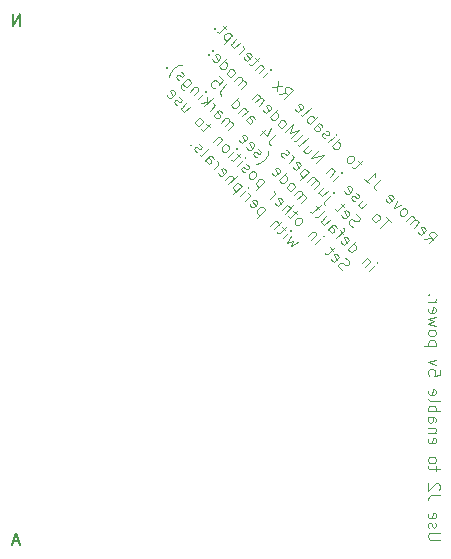
<source format=gbr>
%TF.GenerationSoftware,KiCad,Pcbnew,7.0.1*%
%TF.CreationDate,2023-08-12T16:51:13+02:00*%
%TF.ProjectId,uprs232ttl,75707273-3233-4327-9474-6c2e6b696361,rev?*%
%TF.SameCoordinates,Original*%
%TF.FileFunction,Legend,Bot*%
%TF.FilePolarity,Positive*%
%FSLAX46Y46*%
G04 Gerber Fmt 4.6, Leading zero omitted, Abs format (unit mm)*
G04 Created by KiCad (PCBNEW 7.0.1) date 2023-08-12 16:51:13*
%MOMM*%
%LPD*%
G01*
G04 APERTURE LIST*
%ADD10C,0.125000*%
%ADD11C,0.150000*%
G04 APERTURE END LIST*
D10*
X169133305Y-96481281D02*
X168729244Y-96077220D01*
X168224167Y-96986358D02*
X168931274Y-96279251D01*
X167685419Y-96447609D02*
X167786435Y-96481281D01*
X167786435Y-96481281D02*
X167853778Y-96481281D01*
X167853778Y-96481281D02*
X167954793Y-96447609D01*
X167954793Y-96447609D02*
X168156824Y-96245579D01*
X168156824Y-96245579D02*
X168190496Y-96144564D01*
X168190496Y-96144564D02*
X168190496Y-96077220D01*
X168190496Y-96077220D02*
X168156824Y-95976205D01*
X168156824Y-95976205D02*
X168055809Y-95875190D01*
X168055809Y-95875190D02*
X167954793Y-95841518D01*
X167954793Y-95841518D02*
X167887450Y-95841518D01*
X167887450Y-95841518D02*
X167786435Y-95875190D01*
X167786435Y-95875190D02*
X167584404Y-96077220D01*
X167584404Y-96077220D02*
X167550732Y-96178235D01*
X167550732Y-96178235D02*
X167550732Y-96245579D01*
X167550732Y-96245579D02*
X167584404Y-96346594D01*
X167584404Y-96346594D02*
X167685419Y-96447609D01*
X166776282Y-94595663D02*
X166304877Y-95067067D01*
X167079328Y-94898709D02*
X166708938Y-95269098D01*
X166708938Y-95269098D02*
X166607923Y-95302770D01*
X166607923Y-95302770D02*
X166506908Y-95269098D01*
X166506908Y-95269098D02*
X166405893Y-95168083D01*
X166405893Y-95168083D02*
X166372221Y-95067067D01*
X166372221Y-95067067D02*
X166372221Y-94999724D01*
X166035503Y-94730350D02*
X165934488Y-94696678D01*
X165934488Y-94696678D02*
X165799801Y-94561991D01*
X165799801Y-94561991D02*
X165766129Y-94460976D01*
X165766129Y-94460976D02*
X165799801Y-94359961D01*
X165799801Y-94359961D02*
X165833473Y-94326289D01*
X165833473Y-94326289D02*
X165934488Y-94292617D01*
X165934488Y-94292617D02*
X166035503Y-94326289D01*
X166035503Y-94326289D02*
X166136518Y-94427304D01*
X166136518Y-94427304D02*
X166237534Y-94460976D01*
X166237534Y-94460976D02*
X166338549Y-94427304D01*
X166338549Y-94427304D02*
X166372221Y-94393632D01*
X166372221Y-94393632D02*
X166405892Y-94292617D01*
X166405892Y-94292617D02*
X166372221Y-94191602D01*
X166372221Y-94191602D02*
X166271205Y-94090587D01*
X166271205Y-94090587D02*
X166170190Y-94056915D01*
X165160037Y-93854884D02*
X165193709Y-93955899D01*
X165193709Y-93955899D02*
X165328396Y-94090586D01*
X165328396Y-94090586D02*
X165429412Y-94124258D01*
X165429412Y-94124258D02*
X165530427Y-94090586D01*
X165530427Y-94090586D02*
X165799801Y-93821212D01*
X165799801Y-93821212D02*
X165833473Y-93720197D01*
X165833473Y-93720197D02*
X165799801Y-93619182D01*
X165799801Y-93619182D02*
X165665114Y-93484495D01*
X165665114Y-93484495D02*
X165564099Y-93450823D01*
X165564099Y-93450823D02*
X165463083Y-93484495D01*
X165463083Y-93484495D02*
X165395740Y-93551838D01*
X165395740Y-93551838D02*
X165665114Y-93955899D01*
X164250900Y-93013090D02*
X164722304Y-92541686D01*
X164958007Y-92305983D02*
X164958007Y-92373327D01*
X164958007Y-92373327D02*
X164890663Y-92373327D01*
X164890663Y-92373327D02*
X164890663Y-92305983D01*
X164890663Y-92305983D02*
X164958007Y-92305983D01*
X164958007Y-92305983D02*
X164890663Y-92373327D01*
X164385587Y-92204968D02*
X163914183Y-92676373D01*
X164318244Y-92272312D02*
X164318244Y-92204968D01*
X164318244Y-92204968D02*
X164284572Y-92103953D01*
X164284572Y-92103953D02*
X164183557Y-92002938D01*
X164183557Y-92002938D02*
X164082542Y-91969266D01*
X164082542Y-91969266D02*
X163981526Y-92002938D01*
X163981526Y-92002938D02*
X163611137Y-92373327D01*
X162735671Y-91497861D02*
X163442778Y-90790755D01*
X163442778Y-90790755D02*
X162331610Y-91093800D01*
X162331610Y-91093800D02*
X163038717Y-90386694D01*
X162163251Y-89982633D02*
X161691847Y-90454037D01*
X162466297Y-90285678D02*
X162095908Y-90656068D01*
X162095908Y-90656068D02*
X161994893Y-90689739D01*
X161994893Y-90689739D02*
X161893877Y-90656068D01*
X161893877Y-90656068D02*
X161792862Y-90555052D01*
X161792862Y-90555052D02*
X161759190Y-90454037D01*
X161759190Y-90454037D02*
X161759190Y-90386694D01*
X161254114Y-90016304D02*
X161355129Y-90049976D01*
X161355129Y-90049976D02*
X161456145Y-90016304D01*
X161456145Y-90016304D02*
X162062236Y-89410213D01*
X160883725Y-89645915D02*
X160984740Y-89679586D01*
X160984740Y-89679586D02*
X161085755Y-89645915D01*
X161085755Y-89645915D02*
X161691847Y-89039823D01*
X160614350Y-89376540D02*
X161321457Y-88669434D01*
X161321457Y-88669434D02*
X160580678Y-88938808D01*
X160580678Y-88938808D02*
X160850052Y-88198029D01*
X160850052Y-88198029D02*
X160142946Y-88905136D01*
X159705213Y-88467403D02*
X159806228Y-88501075D01*
X159806228Y-88501075D02*
X159873572Y-88501075D01*
X159873572Y-88501075D02*
X159974587Y-88467403D01*
X159974587Y-88467403D02*
X160176617Y-88265373D01*
X160176617Y-88265373D02*
X160210289Y-88164357D01*
X160210289Y-88164357D02*
X160210289Y-88097014D01*
X160210289Y-88097014D02*
X160176617Y-87995999D01*
X160176617Y-87995999D02*
X160075602Y-87894983D01*
X160075602Y-87894983D02*
X159974587Y-87861312D01*
X159974587Y-87861312D02*
X159907243Y-87861312D01*
X159907243Y-87861312D02*
X159806228Y-87894983D01*
X159806228Y-87894983D02*
X159604198Y-88097014D01*
X159604198Y-88097014D02*
X159570526Y-88198029D01*
X159570526Y-88198029D02*
X159570526Y-88265373D01*
X159570526Y-88265373D02*
X159604198Y-88366388D01*
X159604198Y-88366388D02*
X159705213Y-88467403D01*
X158863419Y-87625609D02*
X159570526Y-86918502D01*
X158897091Y-87591938D02*
X158930763Y-87692953D01*
X158930763Y-87692953D02*
X159065450Y-87827640D01*
X159065450Y-87827640D02*
X159166465Y-87861312D01*
X159166465Y-87861312D02*
X159233808Y-87861312D01*
X159233808Y-87861312D02*
X159334824Y-87827640D01*
X159334824Y-87827640D02*
X159536854Y-87625609D01*
X159536854Y-87625609D02*
X159570526Y-87524594D01*
X159570526Y-87524594D02*
X159570526Y-87457250D01*
X159570526Y-87457250D02*
X159536854Y-87356235D01*
X159536854Y-87356235D02*
X159402167Y-87221548D01*
X159402167Y-87221548D02*
X159301152Y-87187876D01*
X158290999Y-86985846D02*
X158324671Y-87086861D01*
X158324671Y-87086861D02*
X158459358Y-87221548D01*
X158459358Y-87221548D02*
X158560373Y-87255220D01*
X158560373Y-87255220D02*
X158661389Y-87221548D01*
X158661389Y-87221548D02*
X158930763Y-86952174D01*
X158930763Y-86952174D02*
X158964434Y-86851159D01*
X158964434Y-86851159D02*
X158930763Y-86750144D01*
X158930763Y-86750144D02*
X158796076Y-86615457D01*
X158796076Y-86615457D02*
X158695060Y-86581785D01*
X158695060Y-86581785D02*
X158594045Y-86615457D01*
X158594045Y-86615457D02*
X158526702Y-86682800D01*
X158526702Y-86682800D02*
X158796076Y-87086861D01*
X157920610Y-86682800D02*
X158392014Y-86211396D01*
X158324671Y-86278739D02*
X158324671Y-86211396D01*
X158324671Y-86211396D02*
X158290999Y-86110380D01*
X158290999Y-86110380D02*
X158189984Y-86009365D01*
X158189984Y-86009365D02*
X158088969Y-85975693D01*
X158088969Y-85975693D02*
X157987953Y-86009365D01*
X157987953Y-86009365D02*
X157617564Y-86379754D01*
X157987953Y-86009365D02*
X158021625Y-85908350D01*
X158021625Y-85908350D02*
X157987953Y-85807335D01*
X157987953Y-85807335D02*
X157886938Y-85706319D01*
X157886938Y-85706319D02*
X157785923Y-85672648D01*
X157785923Y-85672648D02*
X157684908Y-85706319D01*
X157684908Y-85706319D02*
X157314518Y-86076709D01*
X156439053Y-85201243D02*
X156910457Y-84729839D01*
X156843114Y-84797182D02*
X156843114Y-84729839D01*
X156843114Y-84729839D02*
X156809442Y-84628823D01*
X156809442Y-84628823D02*
X156708427Y-84527808D01*
X156708427Y-84527808D02*
X156607412Y-84494136D01*
X156607412Y-84494136D02*
X156506396Y-84527808D01*
X156506396Y-84527808D02*
X156136007Y-84898197D01*
X156506396Y-84527808D02*
X156540068Y-84426793D01*
X156540068Y-84426793D02*
X156506396Y-84325778D01*
X156506396Y-84325778D02*
X156405381Y-84224762D01*
X156405381Y-84224762D02*
X156304366Y-84191091D01*
X156304366Y-84191091D02*
X156203351Y-84224762D01*
X156203351Y-84224762D02*
X155832961Y-84595152D01*
X155395229Y-84157419D02*
X155496244Y-84191091D01*
X155496244Y-84191091D02*
X155563588Y-84191091D01*
X155563588Y-84191091D02*
X155664603Y-84157419D01*
X155664603Y-84157419D02*
X155866633Y-83955388D01*
X155866633Y-83955388D02*
X155900305Y-83854373D01*
X155900305Y-83854373D02*
X155900305Y-83787030D01*
X155900305Y-83787030D02*
X155866633Y-83686014D01*
X155866633Y-83686014D02*
X155765618Y-83584999D01*
X155765618Y-83584999D02*
X155664603Y-83551327D01*
X155664603Y-83551327D02*
X155597259Y-83551327D01*
X155597259Y-83551327D02*
X155496244Y-83584999D01*
X155496244Y-83584999D02*
X155294214Y-83787030D01*
X155294214Y-83787030D02*
X155260542Y-83888045D01*
X155260542Y-83888045D02*
X155260542Y-83955388D01*
X155260542Y-83955388D02*
X155294214Y-84056404D01*
X155294214Y-84056404D02*
X155395229Y-84157419D01*
X154553435Y-83315625D02*
X155260542Y-82608518D01*
X154587107Y-83281953D02*
X154620779Y-83382969D01*
X154620779Y-83382969D02*
X154755466Y-83517656D01*
X154755466Y-83517656D02*
X154856481Y-83551327D01*
X154856481Y-83551327D02*
X154923824Y-83551327D01*
X154923824Y-83551327D02*
X155024840Y-83517656D01*
X155024840Y-83517656D02*
X155226870Y-83315625D01*
X155226870Y-83315625D02*
X155260542Y-83214610D01*
X155260542Y-83214610D02*
X155260542Y-83147266D01*
X155260542Y-83147266D02*
X155226870Y-83046251D01*
X155226870Y-83046251D02*
X155092183Y-82911564D01*
X155092183Y-82911564D02*
X154991168Y-82877892D01*
X153981015Y-82675862D02*
X154014687Y-82776877D01*
X154014687Y-82776877D02*
X154149374Y-82911564D01*
X154149374Y-82911564D02*
X154250389Y-82945236D01*
X154250389Y-82945236D02*
X154351404Y-82911564D01*
X154351404Y-82911564D02*
X154620778Y-82642190D01*
X154620778Y-82642190D02*
X154654450Y-82541175D01*
X154654450Y-82541175D02*
X154620778Y-82440160D01*
X154620778Y-82440160D02*
X154486091Y-82305473D01*
X154486091Y-82305473D02*
X154385076Y-82271801D01*
X154385076Y-82271801D02*
X154284061Y-82305473D01*
X154284061Y-82305473D02*
X154216717Y-82372816D01*
X154216717Y-82372816D02*
X154486091Y-82776877D01*
X153677969Y-82305472D02*
X153610626Y-82305472D01*
X153610626Y-82305472D02*
X153610626Y-82372816D01*
X153610626Y-82372816D02*
X153677969Y-82372816D01*
X153677969Y-82372816D02*
X153677969Y-82305472D01*
X153677969Y-82305472D02*
X153610626Y-82372816D01*
X154048359Y-81935083D02*
X153981015Y-81935083D01*
X153981015Y-81935083D02*
X153981015Y-82002427D01*
X153981015Y-82002427D02*
X154048359Y-82002427D01*
X154048359Y-82002427D02*
X154048359Y-81935083D01*
X154048359Y-81935083D02*
X153981015Y-82002427D01*
X165900143Y-96886016D02*
X165765456Y-96818672D01*
X165765456Y-96818672D02*
X165597097Y-96650313D01*
X165597097Y-96650313D02*
X165563426Y-96549298D01*
X165563426Y-96549298D02*
X165563426Y-96481955D01*
X165563426Y-96481955D02*
X165597097Y-96380939D01*
X165597097Y-96380939D02*
X165664441Y-96313596D01*
X165664441Y-96313596D02*
X165765456Y-96279924D01*
X165765456Y-96279924D02*
X165832800Y-96279924D01*
X165832800Y-96279924D02*
X165933815Y-96313596D01*
X165933815Y-96313596D02*
X166102174Y-96414611D01*
X166102174Y-96414611D02*
X166203189Y-96448283D01*
X166203189Y-96448283D02*
X166270532Y-96448283D01*
X166270532Y-96448283D02*
X166371548Y-96414611D01*
X166371548Y-96414611D02*
X166438891Y-96347268D01*
X166438891Y-96347268D02*
X166472563Y-96246252D01*
X166472563Y-96246252D02*
X166472563Y-96178909D01*
X166472563Y-96178909D02*
X166438891Y-96077894D01*
X166438891Y-96077894D02*
X166270532Y-95909535D01*
X166270532Y-95909535D02*
X166135845Y-95842191D01*
X164923662Y-95909535D02*
X164957334Y-96010550D01*
X164957334Y-96010550D02*
X165092021Y-96145237D01*
X165092021Y-96145237D02*
X165193036Y-96178909D01*
X165193036Y-96178909D02*
X165294052Y-96145237D01*
X165294052Y-96145237D02*
X165563426Y-95875863D01*
X165563426Y-95875863D02*
X165597097Y-95774848D01*
X165597097Y-95774848D02*
X165563426Y-95673833D01*
X165563426Y-95673833D02*
X165428739Y-95539146D01*
X165428739Y-95539146D02*
X165327723Y-95505474D01*
X165327723Y-95505474D02*
X165226708Y-95539146D01*
X165226708Y-95539146D02*
X165159365Y-95606489D01*
X165159365Y-95606489D02*
X165428739Y-96010550D01*
X165125693Y-95236100D02*
X164856319Y-94966726D01*
X165260380Y-94899382D02*
X164654288Y-95505474D01*
X164654288Y-95505474D02*
X164553273Y-95539146D01*
X164553273Y-95539146D02*
X164452258Y-95505474D01*
X164452258Y-95505474D02*
X164384914Y-95438130D01*
X164081868Y-94192275D02*
X163475776Y-94798367D01*
X163475776Y-94798367D02*
X163442105Y-94899382D01*
X163442105Y-94899382D02*
X163475776Y-95000397D01*
X163475776Y-95000397D02*
X163509448Y-95034069D01*
X164317570Y-93956573D02*
X164317570Y-94023916D01*
X164317570Y-94023916D02*
X164250227Y-94023916D01*
X164250227Y-94023916D02*
X164250227Y-93956573D01*
X164250227Y-93956573D02*
X164317570Y-93956573D01*
X164317570Y-93956573D02*
X164250227Y-94023916D01*
X163442105Y-93552512D02*
X162970700Y-94023917D01*
X163745151Y-93855558D02*
X163374761Y-94225947D01*
X163374761Y-94225947D02*
X163273746Y-94259619D01*
X163273746Y-94259619D02*
X163172731Y-94225947D01*
X163172731Y-94225947D02*
X163071716Y-94124932D01*
X163071716Y-94124932D02*
X163038044Y-94023917D01*
X163038044Y-94023917D02*
X163038044Y-93956573D01*
X162633983Y-93687199D02*
X163105387Y-93215794D01*
X163038044Y-93283138D02*
X163038044Y-93215794D01*
X163038044Y-93215794D02*
X163004372Y-93114779D01*
X163004372Y-93114779D02*
X162903357Y-93013764D01*
X162903357Y-93013764D02*
X162802342Y-92980092D01*
X162802342Y-92980092D02*
X162701326Y-93013764D01*
X162701326Y-93013764D02*
X162330937Y-93384153D01*
X162701326Y-93013764D02*
X162734998Y-92912749D01*
X162734998Y-92912749D02*
X162701326Y-92811733D01*
X162701326Y-92811733D02*
X162600311Y-92710718D01*
X162600311Y-92710718D02*
X162499296Y-92677046D01*
X162499296Y-92677046D02*
X162398281Y-92710718D01*
X162398281Y-92710718D02*
X162027891Y-93081107D01*
X162162579Y-92272986D02*
X161455472Y-92980092D01*
X162128907Y-92306657D02*
X162095235Y-92205642D01*
X162095235Y-92205642D02*
X161960548Y-92070955D01*
X161960548Y-92070955D02*
X161859533Y-92037283D01*
X161859533Y-92037283D02*
X161792189Y-92037283D01*
X161792189Y-92037283D02*
X161691174Y-92070955D01*
X161691174Y-92070955D02*
X161489144Y-92272986D01*
X161489144Y-92272986D02*
X161455472Y-92374001D01*
X161455472Y-92374001D02*
X161455472Y-92441344D01*
X161455472Y-92441344D02*
X161489144Y-92542360D01*
X161489144Y-92542360D02*
X161623831Y-92677047D01*
X161623831Y-92677047D02*
X161724846Y-92710718D01*
X160815708Y-91801581D02*
X160849380Y-91902596D01*
X160849380Y-91902596D02*
X160984067Y-92037283D01*
X160984067Y-92037283D02*
X161085082Y-92070955D01*
X161085082Y-92070955D02*
X161186098Y-92037283D01*
X161186098Y-92037283D02*
X161455472Y-91767909D01*
X161455472Y-91767909D02*
X161489144Y-91666894D01*
X161489144Y-91666894D02*
X161455472Y-91565879D01*
X161455472Y-91565879D02*
X161320785Y-91431192D01*
X161320785Y-91431192D02*
X161219769Y-91397520D01*
X161219769Y-91397520D02*
X161118754Y-91431192D01*
X161118754Y-91431192D02*
X161051411Y-91498535D01*
X161051411Y-91498535D02*
X161320785Y-91902596D01*
X160445319Y-91498535D02*
X160916724Y-91027131D01*
X160782037Y-91161818D02*
X160815708Y-91060802D01*
X160815708Y-91060802D02*
X160815708Y-90993459D01*
X160815708Y-90993459D02*
X160782037Y-90892444D01*
X160782037Y-90892444D02*
X160714693Y-90825100D01*
X160074930Y-91060802D02*
X159973914Y-91027130D01*
X159973914Y-91027130D02*
X159839227Y-90892443D01*
X159839227Y-90892443D02*
X159805556Y-90791428D01*
X159805556Y-90791428D02*
X159839227Y-90690413D01*
X159839227Y-90690413D02*
X159872899Y-90656741D01*
X159872899Y-90656741D02*
X159973914Y-90623069D01*
X159973914Y-90623069D02*
X160074930Y-90656741D01*
X160074930Y-90656741D02*
X160175945Y-90757756D01*
X160175945Y-90757756D02*
X160276960Y-90791428D01*
X160276960Y-90791428D02*
X160377975Y-90757756D01*
X160377975Y-90757756D02*
X160411647Y-90724085D01*
X160411647Y-90724085D02*
X160445319Y-90623069D01*
X160445319Y-90623069D02*
X160411647Y-90522054D01*
X160411647Y-90522054D02*
X160310632Y-90421039D01*
X160310632Y-90421039D02*
X160209617Y-90387367D01*
X159401494Y-89040497D02*
X158896418Y-89545573D01*
X158896418Y-89545573D02*
X158829074Y-89680260D01*
X158829074Y-89680260D02*
X158829074Y-89814947D01*
X158829074Y-89814947D02*
X158896418Y-89949634D01*
X158896418Y-89949634D02*
X158963761Y-90016978D01*
X158526029Y-88636436D02*
X158054624Y-89107840D01*
X158963761Y-88535420D02*
X158627044Y-89208855D01*
X158627044Y-89208855D02*
X158189311Y-88771123D01*
X156842441Y-87895657D02*
X157212830Y-87525268D01*
X157212830Y-87525268D02*
X157313845Y-87491596D01*
X157313845Y-87491596D02*
X157414861Y-87525268D01*
X157414861Y-87525268D02*
X157549548Y-87659955D01*
X157549548Y-87659955D02*
X157583219Y-87760970D01*
X156876113Y-87861985D02*
X156909784Y-87963000D01*
X156909784Y-87963000D02*
X157078143Y-88131359D01*
X157078143Y-88131359D02*
X157179158Y-88165031D01*
X157179158Y-88165031D02*
X157280174Y-88131359D01*
X157280174Y-88131359D02*
X157347517Y-88064016D01*
X157347517Y-88064016D02*
X157381189Y-87963000D01*
X157381189Y-87963000D02*
X157347517Y-87861985D01*
X157347517Y-87861985D02*
X157179158Y-87693626D01*
X157179158Y-87693626D02*
X157145487Y-87592611D01*
X156977128Y-87087535D02*
X156505723Y-87558939D01*
X156909784Y-87154878D02*
X156909784Y-87087535D01*
X156909784Y-87087535D02*
X156876112Y-86986520D01*
X156876112Y-86986520D02*
X156775097Y-86885504D01*
X156775097Y-86885504D02*
X156674082Y-86851833D01*
X156674082Y-86851833D02*
X156573067Y-86885504D01*
X156573067Y-86885504D02*
X156202677Y-87255894D01*
X155562914Y-86616130D02*
X156270021Y-85909023D01*
X155596586Y-86582458D02*
X155630258Y-86683474D01*
X155630258Y-86683474D02*
X155764945Y-86818161D01*
X155764945Y-86818161D02*
X155865960Y-86851832D01*
X155865960Y-86851832D02*
X155933303Y-86851832D01*
X155933303Y-86851832D02*
X156034319Y-86818161D01*
X156034319Y-86818161D02*
X156236349Y-86616130D01*
X156236349Y-86616130D02*
X156270021Y-86515115D01*
X156270021Y-86515115D02*
X156270021Y-86447771D01*
X156270021Y-86447771D02*
X156236349Y-86346756D01*
X156236349Y-86346756D02*
X156101662Y-86212069D01*
X156101662Y-86212069D02*
X156000647Y-86178397D01*
X155192525Y-84831527D02*
X154687448Y-85336603D01*
X154687448Y-85336603D02*
X154620105Y-85471290D01*
X154620105Y-85471290D02*
X154620105Y-85605977D01*
X154620105Y-85605977D02*
X154687448Y-85740664D01*
X154687448Y-85740664D02*
X154754792Y-85808008D01*
X154519089Y-84158092D02*
X154855807Y-84494809D01*
X154855807Y-84494809D02*
X154552761Y-84865199D01*
X154552761Y-84865199D02*
X154552761Y-84797855D01*
X154552761Y-84797855D02*
X154519089Y-84696840D01*
X154519089Y-84696840D02*
X154350731Y-84528481D01*
X154350731Y-84528481D02*
X154249715Y-84494809D01*
X154249715Y-84494809D02*
X154182372Y-84494809D01*
X154182372Y-84494809D02*
X154081357Y-84528481D01*
X154081357Y-84528481D02*
X153912998Y-84696840D01*
X153912998Y-84696840D02*
X153879326Y-84797855D01*
X153879326Y-84797855D02*
X153879326Y-84865199D01*
X153879326Y-84865199D02*
X153912998Y-84966214D01*
X153912998Y-84966214D02*
X154081357Y-85134573D01*
X154081357Y-85134573D02*
X154182372Y-85168244D01*
X154182372Y-85168244D02*
X154249715Y-85168244D01*
X167263176Y-100607418D02*
X167734581Y-100136014D01*
X167970283Y-99900312D02*
X167970283Y-99967655D01*
X167970283Y-99967655D02*
X167902939Y-99967655D01*
X167902939Y-99967655D02*
X167902939Y-99900312D01*
X167902939Y-99900312D02*
X167970283Y-99900312D01*
X167970283Y-99900312D02*
X167902939Y-99967655D01*
X167397864Y-99799297D02*
X166926459Y-100270701D01*
X167330520Y-99866640D02*
X167330520Y-99799297D01*
X167330520Y-99799297D02*
X167296848Y-99698281D01*
X167296848Y-99698281D02*
X167195833Y-99597266D01*
X167195833Y-99597266D02*
X167094818Y-99563594D01*
X167094818Y-99563594D02*
X166993803Y-99597266D01*
X166993803Y-99597266D02*
X166623413Y-99967655D01*
X165444902Y-98789144D02*
X166152009Y-98082037D01*
X165478573Y-98755472D02*
X165512245Y-98856487D01*
X165512245Y-98856487D02*
X165646932Y-98991174D01*
X165646932Y-98991174D02*
X165747947Y-99024846D01*
X165747947Y-99024846D02*
X165815291Y-99024846D01*
X165815291Y-99024846D02*
X165916306Y-98991174D01*
X165916306Y-98991174D02*
X166118337Y-98789144D01*
X166118337Y-98789144D02*
X166152009Y-98688129D01*
X166152009Y-98688129D02*
X166152009Y-98620785D01*
X166152009Y-98620785D02*
X166118337Y-98519770D01*
X166118337Y-98519770D02*
X165983650Y-98385083D01*
X165983650Y-98385083D02*
X165882634Y-98351411D01*
X164872482Y-98149381D02*
X164906154Y-98250396D01*
X164906154Y-98250396D02*
X165040841Y-98385083D01*
X165040841Y-98385083D02*
X165141856Y-98418755D01*
X165141856Y-98418755D02*
X165242871Y-98385083D01*
X165242871Y-98385083D02*
X165512245Y-98115709D01*
X165512245Y-98115709D02*
X165545917Y-98014694D01*
X165545917Y-98014694D02*
X165512245Y-97913678D01*
X165512245Y-97913678D02*
X165377558Y-97778991D01*
X165377558Y-97778991D02*
X165276543Y-97745319D01*
X165276543Y-97745319D02*
X165175528Y-97778991D01*
X165175528Y-97778991D02*
X165108184Y-97846335D01*
X165108184Y-97846335D02*
X165377558Y-98250396D01*
X165074512Y-97475945D02*
X164805138Y-97206571D01*
X164502093Y-97846335D02*
X165108184Y-97240243D01*
X165108184Y-97240243D02*
X165141856Y-97139228D01*
X165141856Y-97139228D02*
X165108184Y-97038213D01*
X165108184Y-97038213D02*
X165040841Y-96970869D01*
X163794985Y-97139228D02*
X164165375Y-96768838D01*
X164165375Y-96768838D02*
X164266390Y-96735167D01*
X164266390Y-96735167D02*
X164367405Y-96768838D01*
X164367405Y-96768838D02*
X164502092Y-96903525D01*
X164502092Y-96903525D02*
X164535764Y-97004541D01*
X163828657Y-97105556D02*
X163862329Y-97206571D01*
X163862329Y-97206571D02*
X164030688Y-97374930D01*
X164030688Y-97374930D02*
X164131703Y-97408602D01*
X164131703Y-97408602D02*
X164232718Y-97374930D01*
X164232718Y-97374930D02*
X164300062Y-97307586D01*
X164300062Y-97307586D02*
X164333733Y-97206571D01*
X164333733Y-97206571D02*
X164300062Y-97105556D01*
X164300062Y-97105556D02*
X164131703Y-96937197D01*
X164131703Y-96937197D02*
X164098031Y-96836182D01*
X163626627Y-96028060D02*
X163155222Y-96499464D01*
X163929672Y-96331105D02*
X163559283Y-96701495D01*
X163559283Y-96701495D02*
X163458268Y-96735166D01*
X163458268Y-96735166D02*
X163357253Y-96701495D01*
X163357253Y-96701495D02*
X163256237Y-96600479D01*
X163256237Y-96600479D02*
X163222566Y-96499464D01*
X163222566Y-96499464D02*
X163222566Y-96432121D01*
X162717489Y-96061731D02*
X162818505Y-96095403D01*
X162818505Y-96095403D02*
X162919520Y-96061731D01*
X162919520Y-96061731D02*
X163525611Y-95455640D01*
X163020535Y-95421968D02*
X162751161Y-95152594D01*
X163155222Y-95085250D02*
X162549130Y-95691342D01*
X162549130Y-95691342D02*
X162448115Y-95725014D01*
X162448115Y-95725014D02*
X162347100Y-95691342D01*
X162347100Y-95691342D02*
X162279756Y-95623998D01*
X161505305Y-94849548D02*
X161976710Y-94378143D01*
X161909366Y-94445487D02*
X161909366Y-94378143D01*
X161909366Y-94378143D02*
X161875695Y-94277128D01*
X161875695Y-94277128D02*
X161774679Y-94176112D01*
X161774679Y-94176112D02*
X161673664Y-94142441D01*
X161673664Y-94142441D02*
X161572649Y-94176112D01*
X161572649Y-94176112D02*
X161202260Y-94546502D01*
X161572649Y-94176112D02*
X161606321Y-94075097D01*
X161606321Y-94075097D02*
X161572649Y-93974082D01*
X161572649Y-93974082D02*
X161471634Y-93873067D01*
X161471634Y-93873067D02*
X161370618Y-93839395D01*
X161370618Y-93839395D02*
X161269603Y-93873067D01*
X161269603Y-93873067D02*
X160899214Y-94243456D01*
X160461481Y-93805723D02*
X160562497Y-93839395D01*
X160562497Y-93839395D02*
X160629840Y-93839395D01*
X160629840Y-93839395D02*
X160730855Y-93805723D01*
X160730855Y-93805723D02*
X160932886Y-93603693D01*
X160932886Y-93603693D02*
X160966558Y-93502678D01*
X160966558Y-93502678D02*
X160966558Y-93435334D01*
X160966558Y-93435334D02*
X160932886Y-93334319D01*
X160932886Y-93334319D02*
X160831871Y-93233304D01*
X160831871Y-93233304D02*
X160730855Y-93199632D01*
X160730855Y-93199632D02*
X160663512Y-93199632D01*
X160663512Y-93199632D02*
X160562497Y-93233304D01*
X160562497Y-93233304D02*
X160360466Y-93435334D01*
X160360466Y-93435334D02*
X160326794Y-93536349D01*
X160326794Y-93536349D02*
X160326794Y-93603693D01*
X160326794Y-93603693D02*
X160360466Y-93704708D01*
X160360466Y-93704708D02*
X160461481Y-93805723D01*
X159619687Y-92963930D02*
X160326794Y-92256823D01*
X159653359Y-92930258D02*
X159687031Y-93031273D01*
X159687031Y-93031273D02*
X159821718Y-93165960D01*
X159821718Y-93165960D02*
X159922733Y-93199632D01*
X159922733Y-93199632D02*
X159990077Y-93199632D01*
X159990077Y-93199632D02*
X160091092Y-93165960D01*
X160091092Y-93165960D02*
X160293123Y-92963930D01*
X160293123Y-92963930D02*
X160326794Y-92862914D01*
X160326794Y-92862914D02*
X160326794Y-92795571D01*
X160326794Y-92795571D02*
X160293123Y-92694556D01*
X160293123Y-92694556D02*
X160158435Y-92559869D01*
X160158435Y-92559869D02*
X160057420Y-92526197D01*
X159047268Y-92324166D02*
X159080939Y-92425182D01*
X159080939Y-92425182D02*
X159215626Y-92559869D01*
X159215626Y-92559869D02*
X159316642Y-92593540D01*
X159316642Y-92593540D02*
X159417657Y-92559869D01*
X159417657Y-92559869D02*
X159687031Y-92290495D01*
X159687031Y-92290495D02*
X159720703Y-92189479D01*
X159720703Y-92189479D02*
X159687031Y-92088464D01*
X159687031Y-92088464D02*
X159552344Y-91953777D01*
X159552344Y-91953777D02*
X159451329Y-91920105D01*
X159451329Y-91920105D02*
X159350313Y-91953777D01*
X159350313Y-91953777D02*
X159282970Y-92021120D01*
X159282970Y-92021120D02*
X159552344Y-92425182D01*
X157666726Y-91549716D02*
X157734069Y-91549716D01*
X157734069Y-91549716D02*
X157902428Y-91516044D01*
X157902428Y-91516044D02*
X158003443Y-91482372D01*
X158003443Y-91482372D02*
X158138130Y-91415029D01*
X158138130Y-91415029D02*
X158340161Y-91280342D01*
X158340161Y-91280342D02*
X158474848Y-91145655D01*
X158474848Y-91145655D02*
X158609535Y-90943624D01*
X158609535Y-90943624D02*
X158676878Y-90808937D01*
X158676878Y-90808937D02*
X158710550Y-90707922D01*
X158710550Y-90707922D02*
X158744222Y-90539563D01*
X158744222Y-90539563D02*
X158744222Y-90472220D01*
X157734069Y-91010967D02*
X157633054Y-90977296D01*
X157633054Y-90977296D02*
X157498367Y-90842609D01*
X157498367Y-90842609D02*
X157464695Y-90741593D01*
X157464695Y-90741593D02*
X157498367Y-90640578D01*
X157498367Y-90640578D02*
X157532038Y-90606906D01*
X157532038Y-90606906D02*
X157633054Y-90573235D01*
X157633054Y-90573235D02*
X157734069Y-90606906D01*
X157734069Y-90606906D02*
X157835084Y-90707922D01*
X157835084Y-90707922D02*
X157936099Y-90741593D01*
X157936099Y-90741593D02*
X158037115Y-90707922D01*
X158037115Y-90707922D02*
X158070786Y-90674250D01*
X158070786Y-90674250D02*
X158104458Y-90573235D01*
X158104458Y-90573235D02*
X158070786Y-90472219D01*
X158070786Y-90472219D02*
X157969771Y-90371204D01*
X157969771Y-90371204D02*
X157868756Y-90337532D01*
X156858603Y-90135502D02*
X156892275Y-90236517D01*
X156892275Y-90236517D02*
X157026962Y-90371204D01*
X157026962Y-90371204D02*
X157127977Y-90404876D01*
X157127977Y-90404876D02*
X157228992Y-90371204D01*
X157228992Y-90371204D02*
X157498366Y-90101830D01*
X157498366Y-90101830D02*
X157532038Y-90000815D01*
X157532038Y-90000815D02*
X157498366Y-89899800D01*
X157498366Y-89899800D02*
X157363679Y-89765113D01*
X157363679Y-89765113D02*
X157262664Y-89731441D01*
X157262664Y-89731441D02*
X157161649Y-89765113D01*
X157161649Y-89765113D02*
X157094305Y-89832456D01*
X157094305Y-89832456D02*
X157363679Y-90236517D01*
X156252512Y-89529410D02*
X156286183Y-89630425D01*
X156286183Y-89630425D02*
X156420870Y-89765112D01*
X156420870Y-89765112D02*
X156521886Y-89798784D01*
X156521886Y-89798784D02*
X156622901Y-89765112D01*
X156622901Y-89765112D02*
X156892275Y-89495738D01*
X156892275Y-89495738D02*
X156925947Y-89394723D01*
X156925947Y-89394723D02*
X156892275Y-89293708D01*
X156892275Y-89293708D02*
X156757588Y-89159021D01*
X156757588Y-89159021D02*
X156656573Y-89125349D01*
X156656573Y-89125349D02*
X156555557Y-89159021D01*
X156555557Y-89159021D02*
X156488214Y-89226364D01*
X156488214Y-89226364D02*
X156757588Y-89630425D01*
X155343374Y-88687616D02*
X155814778Y-88216212D01*
X155747435Y-88283555D02*
X155747435Y-88216212D01*
X155747435Y-88216212D02*
X155713763Y-88115196D01*
X155713763Y-88115196D02*
X155612748Y-88014181D01*
X155612748Y-88014181D02*
X155511733Y-87980509D01*
X155511733Y-87980509D02*
X155410717Y-88014181D01*
X155410717Y-88014181D02*
X155040328Y-88384570D01*
X155410717Y-88014181D02*
X155444389Y-87913166D01*
X155444389Y-87913166D02*
X155410717Y-87812151D01*
X155410717Y-87812151D02*
X155309702Y-87711135D01*
X155309702Y-87711135D02*
X155208687Y-87677464D01*
X155208687Y-87677464D02*
X155107672Y-87711135D01*
X155107672Y-87711135D02*
X154737282Y-88081525D01*
X154097519Y-87441762D02*
X154467909Y-87071372D01*
X154467909Y-87071372D02*
X154568924Y-87037701D01*
X154568924Y-87037701D02*
X154669939Y-87071372D01*
X154669939Y-87071372D02*
X154804626Y-87206059D01*
X154804626Y-87206059D02*
X154838298Y-87307075D01*
X154131191Y-87408090D02*
X154164863Y-87509105D01*
X154164863Y-87509105D02*
X154333222Y-87677464D01*
X154333222Y-87677464D02*
X154434237Y-87711136D01*
X154434237Y-87711136D02*
X154535252Y-87677464D01*
X154535252Y-87677464D02*
X154602596Y-87610120D01*
X154602596Y-87610120D02*
X154636267Y-87509105D01*
X154636267Y-87509105D02*
X154602596Y-87408090D01*
X154602596Y-87408090D02*
X154434237Y-87239731D01*
X154434237Y-87239731D02*
X154400565Y-87138716D01*
X153760802Y-87105044D02*
X154232206Y-86633639D01*
X154097519Y-86768326D02*
X154131191Y-86667311D01*
X154131191Y-86667311D02*
X154131191Y-86599968D01*
X154131191Y-86599968D02*
X154097519Y-86498952D01*
X154097519Y-86498952D02*
X154030176Y-86431609D01*
X153323069Y-86667311D02*
X154030176Y-85960204D01*
X153525099Y-86330593D02*
X153053695Y-86397937D01*
X153525099Y-85926532D02*
X153525099Y-86465280D01*
X152750649Y-86094891D02*
X153222053Y-85623486D01*
X153457756Y-85387784D02*
X153457756Y-85455128D01*
X153457756Y-85455128D02*
X153390412Y-85455128D01*
X153390412Y-85455128D02*
X153390412Y-85387784D01*
X153390412Y-85387784D02*
X153457756Y-85387784D01*
X153457756Y-85387784D02*
X153390412Y-85455128D01*
X152885336Y-85286769D02*
X152413932Y-85758174D01*
X152817993Y-85354113D02*
X152817993Y-85286769D01*
X152817993Y-85286769D02*
X152784321Y-85185754D01*
X152784321Y-85185754D02*
X152683306Y-85084739D01*
X152683306Y-85084739D02*
X152582290Y-85051067D01*
X152582290Y-85051067D02*
X152481275Y-85084739D01*
X152481275Y-85084739D02*
X152110886Y-85455128D01*
X151942527Y-84343960D02*
X151370107Y-84916380D01*
X151370107Y-84916380D02*
X151336436Y-85017395D01*
X151336436Y-85017395D02*
X151336436Y-85084739D01*
X151336436Y-85084739D02*
X151370107Y-85185754D01*
X151370107Y-85185754D02*
X151471123Y-85286769D01*
X151471123Y-85286769D02*
X151572138Y-85320441D01*
X151504794Y-84781693D02*
X151538466Y-84882708D01*
X151538466Y-84882708D02*
X151673153Y-85017395D01*
X151673153Y-85017395D02*
X151774168Y-85051067D01*
X151774168Y-85051067D02*
X151841512Y-85051067D01*
X151841512Y-85051067D02*
X151942527Y-85017395D01*
X151942527Y-85017395D02*
X152144558Y-84815365D01*
X152144558Y-84815365D02*
X152178229Y-84714349D01*
X152178229Y-84714349D02*
X152178229Y-84647006D01*
X152178229Y-84647006D02*
X152144558Y-84545991D01*
X152144558Y-84545991D02*
X152009871Y-84411304D01*
X152009871Y-84411304D02*
X151908855Y-84377632D01*
X151201748Y-84478647D02*
X151100733Y-84444975D01*
X151100733Y-84444975D02*
X150966046Y-84310288D01*
X150966046Y-84310288D02*
X150932374Y-84209273D01*
X150932374Y-84209273D02*
X150966046Y-84108258D01*
X150966046Y-84108258D02*
X150999718Y-84074586D01*
X150999718Y-84074586D02*
X151100733Y-84040914D01*
X151100733Y-84040914D02*
X151201748Y-84074586D01*
X151201748Y-84074586D02*
X151302764Y-84175601D01*
X151302764Y-84175601D02*
X151403779Y-84209273D01*
X151403779Y-84209273D02*
X151504794Y-84175601D01*
X151504794Y-84175601D02*
X151538466Y-84141930D01*
X151538466Y-84141930D02*
X151572138Y-84040914D01*
X151572138Y-84040914D02*
X151538466Y-83939899D01*
X151538466Y-83939899D02*
X151437451Y-83838884D01*
X151437451Y-83838884D02*
X151336435Y-83805212D01*
X150359955Y-84242945D02*
X150359955Y-84175601D01*
X150359955Y-84175601D02*
X150393626Y-84007242D01*
X150393626Y-84007242D02*
X150427298Y-83906227D01*
X150427298Y-83906227D02*
X150494642Y-83771540D01*
X150494642Y-83771540D02*
X150629329Y-83569510D01*
X150629329Y-83569510D02*
X150764016Y-83434823D01*
X150764016Y-83434823D02*
X150966046Y-83300136D01*
X150966046Y-83300136D02*
X151100733Y-83232792D01*
X151100733Y-83232792D02*
X151201748Y-83199120D01*
X151201748Y-83199120D02*
X151370107Y-83165449D01*
X151370107Y-83165449D02*
X151437451Y-83165449D01*
X150157924Y-83367479D02*
X150090580Y-83367479D01*
X150090580Y-83367479D02*
X150090580Y-83434822D01*
X150090580Y-83434822D02*
X150157924Y-83434822D01*
X150157924Y-83434822D02*
X150157924Y-83367479D01*
X150157924Y-83367479D02*
X150090580Y-83434822D01*
X165006495Y-100574420D02*
X164871808Y-100507076D01*
X164871808Y-100507076D02*
X164703449Y-100338718D01*
X164703449Y-100338718D02*
X164669778Y-100237702D01*
X164669778Y-100237702D02*
X164669778Y-100170359D01*
X164669778Y-100170359D02*
X164703449Y-100069344D01*
X164703449Y-100069344D02*
X164770793Y-100002000D01*
X164770793Y-100002000D02*
X164871808Y-99968328D01*
X164871808Y-99968328D02*
X164939152Y-99968328D01*
X164939152Y-99968328D02*
X165040167Y-100002000D01*
X165040167Y-100002000D02*
X165208526Y-100103015D01*
X165208526Y-100103015D02*
X165309541Y-100136687D01*
X165309541Y-100136687D02*
X165376884Y-100136687D01*
X165376884Y-100136687D02*
X165477900Y-100103015D01*
X165477900Y-100103015D02*
X165545243Y-100035672D01*
X165545243Y-100035672D02*
X165578915Y-99934657D01*
X165578915Y-99934657D02*
X165578915Y-99867313D01*
X165578915Y-99867313D02*
X165545243Y-99766298D01*
X165545243Y-99766298D02*
X165376884Y-99597939D01*
X165376884Y-99597939D02*
X165242197Y-99530596D01*
X164030014Y-99597939D02*
X164063686Y-99698954D01*
X164063686Y-99698954D02*
X164198373Y-99833641D01*
X164198373Y-99833641D02*
X164299388Y-99867313D01*
X164299388Y-99867313D02*
X164400404Y-99833641D01*
X164400404Y-99833641D02*
X164669778Y-99564267D01*
X164669778Y-99564267D02*
X164703449Y-99463252D01*
X164703449Y-99463252D02*
X164669778Y-99362237D01*
X164669778Y-99362237D02*
X164535091Y-99227550D01*
X164535091Y-99227550D02*
X164434075Y-99193878D01*
X164434075Y-99193878D02*
X164333060Y-99227550D01*
X164333060Y-99227550D02*
X164265717Y-99294893D01*
X164265717Y-99294893D02*
X164535091Y-99698954D01*
X164232045Y-98924504D02*
X163962671Y-98655130D01*
X164366732Y-98587786D02*
X163760640Y-99193878D01*
X163760640Y-99193878D02*
X163659625Y-99227550D01*
X163659625Y-99227550D02*
X163558610Y-99193878D01*
X163558610Y-99193878D02*
X163491266Y-99126534D01*
X162716815Y-98352084D02*
X163188220Y-97880679D01*
X163423922Y-97644977D02*
X163423922Y-97712320D01*
X163423922Y-97712320D02*
X163356579Y-97712320D01*
X163356579Y-97712320D02*
X163356579Y-97644977D01*
X163356579Y-97644977D02*
X163423922Y-97644977D01*
X163423922Y-97644977D02*
X163356579Y-97712320D01*
X162851503Y-97543962D02*
X162380098Y-98015366D01*
X162784159Y-97611305D02*
X162784159Y-97543962D01*
X162784159Y-97543962D02*
X162750488Y-97442947D01*
X162750488Y-97442947D02*
X162649472Y-97341931D01*
X162649472Y-97341931D02*
X162548457Y-97308260D01*
X162548457Y-97308260D02*
X162447442Y-97341931D01*
X162447442Y-97341931D02*
X162077053Y-97712321D01*
X161100571Y-96735840D02*
X161201587Y-96769511D01*
X161201587Y-96769511D02*
X161268930Y-96769511D01*
X161268930Y-96769511D02*
X161369946Y-96735840D01*
X161369946Y-96735840D02*
X161571976Y-96533809D01*
X161571976Y-96533809D02*
X161605648Y-96432794D01*
X161605648Y-96432794D02*
X161605648Y-96365450D01*
X161605648Y-96365450D02*
X161571976Y-96264435D01*
X161571976Y-96264435D02*
X161470961Y-96163420D01*
X161470961Y-96163420D02*
X161369946Y-96129748D01*
X161369946Y-96129748D02*
X161302602Y-96129748D01*
X161302602Y-96129748D02*
X161201587Y-96163420D01*
X161201587Y-96163420D02*
X160999556Y-96365450D01*
X160999556Y-96365450D02*
X160965884Y-96466466D01*
X160965884Y-96466466D02*
X160965884Y-96533809D01*
X160965884Y-96533809D02*
X160999556Y-96634824D01*
X160999556Y-96634824D02*
X161100571Y-96735840D01*
X161134243Y-95826702D02*
X160864869Y-95557328D01*
X161268930Y-95489985D02*
X160662839Y-96096076D01*
X160662839Y-96096076D02*
X160561823Y-96129748D01*
X160561823Y-96129748D02*
X160460808Y-96096076D01*
X160460808Y-96096076D02*
X160393465Y-96028733D01*
X160157762Y-95793030D02*
X160864869Y-95085923D01*
X159854716Y-95489984D02*
X160225106Y-95119595D01*
X160225106Y-95119595D02*
X160326121Y-95085923D01*
X160326121Y-95085923D02*
X160427136Y-95119595D01*
X160427136Y-95119595D02*
X160528151Y-95220610D01*
X160528151Y-95220610D02*
X160561823Y-95321626D01*
X160561823Y-95321626D02*
X160561823Y-95388969D01*
X159282296Y-94850221D02*
X159315968Y-94951236D01*
X159315968Y-94951236D02*
X159450655Y-95085923D01*
X159450655Y-95085923D02*
X159551670Y-95119595D01*
X159551670Y-95119595D02*
X159652686Y-95085923D01*
X159652686Y-95085923D02*
X159922060Y-94816549D01*
X159922060Y-94816549D02*
X159955732Y-94715534D01*
X159955732Y-94715534D02*
X159922060Y-94614519D01*
X159922060Y-94614519D02*
X159787373Y-94479832D01*
X159787373Y-94479832D02*
X159686357Y-94446160D01*
X159686357Y-94446160D02*
X159585342Y-94479832D01*
X159585342Y-94479832D02*
X159517999Y-94547175D01*
X159517999Y-94547175D02*
X159787373Y-94951236D01*
X158911907Y-94547175D02*
X159383312Y-94075771D01*
X159248625Y-94210458D02*
X159282296Y-94109442D01*
X159282296Y-94109442D02*
X159282296Y-94042099D01*
X159282296Y-94042099D02*
X159248625Y-93941084D01*
X159248625Y-93941084D02*
X159181281Y-93873740D01*
X158406830Y-93099289D02*
X157699724Y-93806396D01*
X158373159Y-93132961D02*
X158339487Y-93031946D01*
X158339487Y-93031946D02*
X158204800Y-92897259D01*
X158204800Y-92897259D02*
X158103785Y-92863587D01*
X158103785Y-92863587D02*
X158036441Y-92863587D01*
X158036441Y-92863587D02*
X157935426Y-92897259D01*
X157935426Y-92897259D02*
X157733395Y-93099289D01*
X157733395Y-93099289D02*
X157699724Y-93200305D01*
X157699724Y-93200305D02*
X157699724Y-93267648D01*
X157699724Y-93267648D02*
X157733395Y-93368664D01*
X157733395Y-93368664D02*
X157868082Y-93503351D01*
X157868082Y-93503351D02*
X157969098Y-93537022D01*
X157194647Y-92829915D02*
X157295663Y-92863587D01*
X157295663Y-92863587D02*
X157363006Y-92863587D01*
X157363006Y-92863587D02*
X157464021Y-92829915D01*
X157464021Y-92829915D02*
X157666052Y-92627885D01*
X157666052Y-92627885D02*
X157699724Y-92526870D01*
X157699724Y-92526870D02*
X157699724Y-92459526D01*
X157699724Y-92459526D02*
X157666052Y-92358511D01*
X157666052Y-92358511D02*
X157565037Y-92257496D01*
X157565037Y-92257496D02*
X157464021Y-92223824D01*
X157464021Y-92223824D02*
X157396678Y-92223824D01*
X157396678Y-92223824D02*
X157295663Y-92257496D01*
X157295663Y-92257496D02*
X157093632Y-92459526D01*
X157093632Y-92459526D02*
X157059960Y-92560541D01*
X157059960Y-92560541D02*
X157059960Y-92627885D01*
X157059960Y-92627885D02*
X157093632Y-92728900D01*
X157093632Y-92728900D02*
X157194647Y-92829915D01*
X156723243Y-92291167D02*
X156622227Y-92257496D01*
X156622227Y-92257496D02*
X156487540Y-92122809D01*
X156487540Y-92122809D02*
X156453869Y-92021793D01*
X156453869Y-92021793D02*
X156487540Y-91920778D01*
X156487540Y-91920778D02*
X156521212Y-91887106D01*
X156521212Y-91887106D02*
X156622227Y-91853435D01*
X156622227Y-91853435D02*
X156723243Y-91887106D01*
X156723243Y-91887106D02*
X156824258Y-91988122D01*
X156824258Y-91988122D02*
X156925273Y-92021793D01*
X156925273Y-92021793D02*
X157026288Y-91988122D01*
X157026288Y-91988122D02*
X157059960Y-91954450D01*
X157059960Y-91954450D02*
X157093632Y-91853435D01*
X157093632Y-91853435D02*
X157059960Y-91752419D01*
X157059960Y-91752419D02*
X156958945Y-91651404D01*
X156958945Y-91651404D02*
X156857930Y-91617732D01*
X156083479Y-91718747D02*
X156554884Y-91247343D01*
X156790586Y-91011641D02*
X156790586Y-91078984D01*
X156790586Y-91078984D02*
X156723243Y-91078984D01*
X156723243Y-91078984D02*
X156723243Y-91011641D01*
X156723243Y-91011641D02*
X156790586Y-91011641D01*
X156790586Y-91011641D02*
X156723243Y-91078984D01*
X156319182Y-91011641D02*
X156049808Y-90742267D01*
X156453869Y-90674923D02*
X155847777Y-91281015D01*
X155847777Y-91281015D02*
X155746762Y-91314687D01*
X155746762Y-91314687D02*
X155645747Y-91281015D01*
X155645747Y-91281015D02*
X155578403Y-91213671D01*
X155342701Y-90977969D02*
X155814105Y-90506564D01*
X156049808Y-90270862D02*
X156049808Y-90338206D01*
X156049808Y-90338206D02*
X155982464Y-90338206D01*
X155982464Y-90338206D02*
X155982464Y-90270862D01*
X155982464Y-90270862D02*
X156049808Y-90270862D01*
X156049808Y-90270862D02*
X155982464Y-90338206D01*
X154904968Y-90540236D02*
X155005984Y-90573908D01*
X155005984Y-90573908D02*
X155073327Y-90573908D01*
X155073327Y-90573908D02*
X155174342Y-90540236D01*
X155174342Y-90540236D02*
X155376373Y-90338206D01*
X155376373Y-90338206D02*
X155410045Y-90237191D01*
X155410045Y-90237191D02*
X155410045Y-90169847D01*
X155410045Y-90169847D02*
X155376373Y-90068832D01*
X155376373Y-90068832D02*
X155275358Y-89967817D01*
X155275358Y-89967817D02*
X155174342Y-89934145D01*
X155174342Y-89934145D02*
X155106999Y-89934145D01*
X155106999Y-89934145D02*
X155005984Y-89967817D01*
X155005984Y-89967817D02*
X154803953Y-90169847D01*
X154803953Y-90169847D02*
X154770281Y-90270862D01*
X154770281Y-90270862D02*
X154770281Y-90338206D01*
X154770281Y-90338206D02*
X154803953Y-90439221D01*
X154803953Y-90439221D02*
X154904968Y-90540236D01*
X154837625Y-89530084D02*
X154366220Y-90001488D01*
X154770281Y-89597427D02*
X154770281Y-89530084D01*
X154770281Y-89530084D02*
X154736610Y-89429069D01*
X154736610Y-89429069D02*
X154635594Y-89328053D01*
X154635594Y-89328053D02*
X154534579Y-89294382D01*
X154534579Y-89294382D02*
X154433564Y-89328053D01*
X154433564Y-89328053D02*
X154063174Y-89698443D01*
X153760128Y-88452588D02*
X153490754Y-88183214D01*
X153894815Y-88115870D02*
X153288724Y-88721962D01*
X153288724Y-88721962D02*
X153187709Y-88755633D01*
X153187709Y-88755633D02*
X153086693Y-88721962D01*
X153086693Y-88721962D02*
X153019350Y-88654618D01*
X152682632Y-88317900D02*
X152783647Y-88351572D01*
X152783647Y-88351572D02*
X152850991Y-88351572D01*
X152850991Y-88351572D02*
X152952006Y-88317900D01*
X152952006Y-88317900D02*
X153154037Y-88115870D01*
X153154037Y-88115870D02*
X153187708Y-88014855D01*
X153187708Y-88014855D02*
X153187708Y-87947511D01*
X153187708Y-87947511D02*
X153154037Y-87846496D01*
X153154037Y-87846496D02*
X153053021Y-87745480D01*
X153053021Y-87745480D02*
X152952006Y-87711809D01*
X152952006Y-87711809D02*
X152884663Y-87711809D01*
X152884663Y-87711809D02*
X152783647Y-87745480D01*
X152783647Y-87745480D02*
X152581617Y-87947511D01*
X152581617Y-87947511D02*
X152547945Y-88048526D01*
X152547945Y-88048526D02*
X152547945Y-88115870D01*
X152547945Y-88115870D02*
X152581617Y-88216885D01*
X152581617Y-88216885D02*
X152682632Y-88317900D01*
X151773495Y-86465954D02*
X151302090Y-86937358D01*
X152076540Y-86768999D02*
X151706151Y-87139389D01*
X151706151Y-87139389D02*
X151605136Y-87173060D01*
X151605136Y-87173060D02*
X151504121Y-87139389D01*
X151504121Y-87139389D02*
X151403105Y-87038373D01*
X151403105Y-87038373D02*
X151369434Y-86937358D01*
X151369434Y-86937358D02*
X151369434Y-86870015D01*
X151032716Y-86600641D02*
X150931701Y-86566969D01*
X150931701Y-86566969D02*
X150797014Y-86432282D01*
X150797014Y-86432282D02*
X150763342Y-86331267D01*
X150763342Y-86331267D02*
X150797014Y-86230251D01*
X150797014Y-86230251D02*
X150830686Y-86196580D01*
X150830686Y-86196580D02*
X150931701Y-86162908D01*
X150931701Y-86162908D02*
X151032716Y-86196580D01*
X151032716Y-86196580D02*
X151133731Y-86297595D01*
X151133731Y-86297595D02*
X151234747Y-86331267D01*
X151234747Y-86331267D02*
X151335762Y-86297595D01*
X151335762Y-86297595D02*
X151369434Y-86263923D01*
X151369434Y-86263923D02*
X151403105Y-86162908D01*
X151403105Y-86162908D02*
X151369434Y-86061893D01*
X151369434Y-86061893D02*
X151268418Y-85960877D01*
X151268418Y-85960877D02*
X151167403Y-85927206D01*
X150157250Y-85725175D02*
X150190922Y-85826190D01*
X150190922Y-85826190D02*
X150325609Y-85960877D01*
X150325609Y-85960877D02*
X150426624Y-85994549D01*
X150426624Y-85994549D02*
X150527640Y-85960877D01*
X150527640Y-85960877D02*
X150797014Y-85691503D01*
X150797014Y-85691503D02*
X150830685Y-85590488D01*
X150830685Y-85590488D02*
X150797014Y-85489473D01*
X150797014Y-85489473D02*
X150662327Y-85354786D01*
X150662327Y-85354786D02*
X150561311Y-85321114D01*
X150561311Y-85321114D02*
X150460296Y-85354786D01*
X150460296Y-85354786D02*
X150392953Y-85422129D01*
X150392953Y-85422129D02*
X150662327Y-85826190D01*
X161217749Y-98201234D02*
X160611657Y-98537952D01*
X160611657Y-98537952D02*
X160813688Y-98066547D01*
X160813688Y-98066547D02*
X160342283Y-98268577D01*
X160342283Y-98268577D02*
X160679001Y-97662486D01*
X159938222Y-97864517D02*
X160409627Y-97393112D01*
X160645329Y-97157410D02*
X160645329Y-97224753D01*
X160645329Y-97224753D02*
X160577986Y-97224753D01*
X160577986Y-97224753D02*
X160577986Y-97157410D01*
X160577986Y-97157410D02*
X160645329Y-97157410D01*
X160645329Y-97157410D02*
X160577986Y-97224753D01*
X160173925Y-97157410D02*
X159904551Y-96888036D01*
X160308612Y-96820693D02*
X159702520Y-97426784D01*
X159702520Y-97426784D02*
X159601505Y-97460456D01*
X159601505Y-97460456D02*
X159500490Y-97426784D01*
X159500490Y-97426784D02*
X159433146Y-97359441D01*
X159197444Y-97123738D02*
X159904551Y-96416631D01*
X158894398Y-96820692D02*
X159264787Y-96450303D01*
X159264787Y-96450303D02*
X159365803Y-96416631D01*
X159365803Y-96416631D02*
X159466818Y-96450303D01*
X159466818Y-96450303D02*
X159567833Y-96551318D01*
X159567833Y-96551318D02*
X159601505Y-96652333D01*
X159601505Y-96652333D02*
X159601505Y-96719677D01*
X158490337Y-95473822D02*
X157783230Y-96180929D01*
X158456665Y-95507494D02*
X158422993Y-95406478D01*
X158422993Y-95406478D02*
X158288306Y-95271791D01*
X158288306Y-95271791D02*
X158187291Y-95238120D01*
X158187291Y-95238120D02*
X158119948Y-95238120D01*
X158119948Y-95238120D02*
X158018932Y-95271791D01*
X158018932Y-95271791D02*
X157816902Y-95473822D01*
X157816902Y-95473822D02*
X157783230Y-95574837D01*
X157783230Y-95574837D02*
X157783230Y-95642181D01*
X157783230Y-95642181D02*
X157816902Y-95743196D01*
X157816902Y-95743196D02*
X157951589Y-95877883D01*
X157951589Y-95877883D02*
X158052604Y-95911555D01*
X157143467Y-95002417D02*
X157177138Y-95103433D01*
X157177138Y-95103433D02*
X157311825Y-95238120D01*
X157311825Y-95238120D02*
X157412841Y-95271791D01*
X157412841Y-95271791D02*
X157513856Y-95238120D01*
X157513856Y-95238120D02*
X157783230Y-94968746D01*
X157783230Y-94968746D02*
X157816902Y-94867730D01*
X157816902Y-94867730D02*
X157783230Y-94766715D01*
X157783230Y-94766715D02*
X157648543Y-94632028D01*
X157648543Y-94632028D02*
X157547528Y-94598356D01*
X157547528Y-94598356D02*
X157446513Y-94632028D01*
X157446513Y-94632028D02*
X157379169Y-94699372D01*
X157379169Y-94699372D02*
X157648543Y-95103433D01*
X156773077Y-94699372D02*
X157244482Y-94227967D01*
X157109795Y-94362654D02*
X157143467Y-94261639D01*
X157143467Y-94261639D02*
X157143467Y-94194295D01*
X157143467Y-94194295D02*
X157109795Y-94093280D01*
X157109795Y-94093280D02*
X157042451Y-94025936D01*
X156335344Y-94261638D02*
X156806749Y-93790234D01*
X157042451Y-93554532D02*
X157042451Y-93621875D01*
X157042451Y-93621875D02*
X156975108Y-93621875D01*
X156975108Y-93621875D02*
X156975108Y-93554532D01*
X156975108Y-93554532D02*
X157042451Y-93554532D01*
X157042451Y-93554532D02*
X156975108Y-93621875D01*
X156470032Y-93453517D02*
X155762925Y-94160624D01*
X156436360Y-93487189D02*
X156402688Y-93386173D01*
X156402688Y-93386173D02*
X156268001Y-93251486D01*
X156268001Y-93251486D02*
X156166986Y-93217815D01*
X156166986Y-93217815D02*
X156099642Y-93217815D01*
X156099642Y-93217815D02*
X155998627Y-93251486D01*
X155998627Y-93251486D02*
X155796597Y-93453517D01*
X155796597Y-93453517D02*
X155762925Y-93554532D01*
X155762925Y-93554532D02*
X155762925Y-93621876D01*
X155762925Y-93621876D02*
X155796597Y-93722891D01*
X155796597Y-93722891D02*
X155931284Y-93857578D01*
X155931284Y-93857578D02*
X156032299Y-93891250D01*
X155358864Y-93285158D02*
X156065971Y-92578051D01*
X155055818Y-92982112D02*
X155426207Y-92611723D01*
X155426207Y-92611723D02*
X155527223Y-92578051D01*
X155527223Y-92578051D02*
X155628238Y-92611723D01*
X155628238Y-92611723D02*
X155729253Y-92712738D01*
X155729253Y-92712738D02*
X155762925Y-92813753D01*
X155762925Y-92813753D02*
X155762925Y-92881097D01*
X154483398Y-92342349D02*
X154517070Y-92443364D01*
X154517070Y-92443364D02*
X154651757Y-92578051D01*
X154651757Y-92578051D02*
X154752772Y-92611723D01*
X154752772Y-92611723D02*
X154853787Y-92578051D01*
X154853787Y-92578051D02*
X155123161Y-92308677D01*
X155123161Y-92308677D02*
X155156833Y-92207662D01*
X155156833Y-92207662D02*
X155123161Y-92106647D01*
X155123161Y-92106647D02*
X154988474Y-91971960D01*
X154988474Y-91971960D02*
X154887459Y-91938288D01*
X154887459Y-91938288D02*
X154786444Y-91971960D01*
X154786444Y-91971960D02*
X154719100Y-92039303D01*
X154719100Y-92039303D02*
X154988474Y-92443364D01*
X154113009Y-92039303D02*
X154584413Y-91567898D01*
X154449726Y-91702585D02*
X154483398Y-91601570D01*
X154483398Y-91601570D02*
X154483398Y-91534227D01*
X154483398Y-91534227D02*
X154449726Y-91433211D01*
X154449726Y-91433211D02*
X154382383Y-91365868D01*
X153372230Y-91298524D02*
X153742619Y-90928135D01*
X153742619Y-90928135D02*
X153843635Y-90894463D01*
X153843635Y-90894463D02*
X153944650Y-90928135D01*
X153944650Y-90928135D02*
X154079337Y-91062822D01*
X154079337Y-91062822D02*
X154113009Y-91163837D01*
X153405902Y-91264852D02*
X153439574Y-91365868D01*
X153439574Y-91365868D02*
X153607932Y-91534226D01*
X153607932Y-91534226D02*
X153708948Y-91567898D01*
X153708948Y-91567898D02*
X153809963Y-91534226D01*
X153809963Y-91534226D02*
X153877306Y-91466883D01*
X153877306Y-91466883D02*
X153910978Y-91365868D01*
X153910978Y-91365868D02*
X153877306Y-91264852D01*
X153877306Y-91264852D02*
X153708948Y-91096494D01*
X153708948Y-91096494D02*
X153675276Y-90995478D01*
X152934497Y-90860791D02*
X153035512Y-90894463D01*
X153035512Y-90894463D02*
X153136528Y-90860791D01*
X153136528Y-90860791D02*
X153742619Y-90254700D01*
X152732466Y-90591417D02*
X152631451Y-90557745D01*
X152631451Y-90557745D02*
X152496764Y-90423058D01*
X152496764Y-90423058D02*
X152463092Y-90322043D01*
X152463092Y-90322043D02*
X152496764Y-90221028D01*
X152496764Y-90221028D02*
X152530436Y-90187356D01*
X152530436Y-90187356D02*
X152631451Y-90153684D01*
X152631451Y-90153684D02*
X152732466Y-90187356D01*
X152732466Y-90187356D02*
X152833482Y-90288371D01*
X152833482Y-90288371D02*
X152934497Y-90322043D01*
X152934497Y-90322043D02*
X153035512Y-90288371D01*
X153035512Y-90288371D02*
X153069184Y-90254699D01*
X153069184Y-90254699D02*
X153102856Y-90153684D01*
X153102856Y-90153684D02*
X153069184Y-90052669D01*
X153069184Y-90052669D02*
X152968169Y-89951654D01*
X152968169Y-89951654D02*
X152867153Y-89917982D01*
X152160046Y-89951654D02*
X152092703Y-89951654D01*
X152092703Y-89951654D02*
X152092703Y-90018997D01*
X152092703Y-90018997D02*
X152160046Y-90018997D01*
X152160046Y-90018997D02*
X152160046Y-89951654D01*
X152160046Y-89951654D02*
X152092703Y-90018997D01*
D11*
X137096476Y-123543904D02*
X137572666Y-123543904D01*
X137001238Y-123829619D02*
X137334571Y-122829619D01*
X137334571Y-122829619D02*
X137667904Y-123829619D01*
D10*
X171936192Y-97914434D02*
X172508611Y-97813419D01*
X172340253Y-98318495D02*
X173047359Y-97611388D01*
X173047359Y-97611388D02*
X172777985Y-97342014D01*
X172777985Y-97342014D02*
X172676970Y-97308342D01*
X172676970Y-97308342D02*
X172609627Y-97308342D01*
X172609627Y-97308342D02*
X172508611Y-97342014D01*
X172508611Y-97342014D02*
X172407596Y-97443029D01*
X172407596Y-97443029D02*
X172373924Y-97544045D01*
X172373924Y-97544045D02*
X172373924Y-97611388D01*
X172373924Y-97611388D02*
X172407596Y-97712403D01*
X172407596Y-97712403D02*
X172676970Y-97981777D01*
X171397444Y-97308342D02*
X171431115Y-97409358D01*
X171431115Y-97409358D02*
X171565802Y-97544045D01*
X171565802Y-97544045D02*
X171666818Y-97577716D01*
X171666818Y-97577716D02*
X171767833Y-97544045D01*
X171767833Y-97544045D02*
X172037207Y-97274671D01*
X172037207Y-97274671D02*
X172070879Y-97173655D01*
X172070879Y-97173655D02*
X172037207Y-97072640D01*
X172037207Y-97072640D02*
X171902520Y-96937953D01*
X171902520Y-96937953D02*
X171801505Y-96904281D01*
X171801505Y-96904281D02*
X171700489Y-96937953D01*
X171700489Y-96937953D02*
X171633146Y-97005297D01*
X171633146Y-97005297D02*
X171902520Y-97409358D01*
X171027054Y-97005296D02*
X171498459Y-96533892D01*
X171431115Y-96601235D02*
X171431115Y-96533892D01*
X171431115Y-96533892D02*
X171397444Y-96432877D01*
X171397444Y-96432877D02*
X171296428Y-96331861D01*
X171296428Y-96331861D02*
X171195413Y-96298190D01*
X171195413Y-96298190D02*
X171094398Y-96331861D01*
X171094398Y-96331861D02*
X170724009Y-96702251D01*
X171094398Y-96331861D02*
X171128070Y-96230846D01*
X171128070Y-96230846D02*
X171094398Y-96129831D01*
X171094398Y-96129831D02*
X170993383Y-96028816D01*
X170993383Y-96028816D02*
X170892367Y-95995144D01*
X170892367Y-95995144D02*
X170791352Y-96028816D01*
X170791352Y-96028816D02*
X170420963Y-96399205D01*
X169983230Y-95961472D02*
X170084245Y-95995144D01*
X170084245Y-95995144D02*
X170151589Y-95995144D01*
X170151589Y-95995144D02*
X170252604Y-95961472D01*
X170252604Y-95961472D02*
X170454635Y-95759442D01*
X170454635Y-95759442D02*
X170488306Y-95658427D01*
X170488306Y-95658427D02*
X170488306Y-95591083D01*
X170488306Y-95591083D02*
X170454635Y-95490068D01*
X170454635Y-95490068D02*
X170353619Y-95389053D01*
X170353619Y-95389053D02*
X170252604Y-95355381D01*
X170252604Y-95355381D02*
X170185261Y-95355381D01*
X170185261Y-95355381D02*
X170084245Y-95389053D01*
X170084245Y-95389053D02*
X169882215Y-95591083D01*
X169882215Y-95591083D02*
X169848543Y-95692098D01*
X169848543Y-95692098D02*
X169848543Y-95759442D01*
X169848543Y-95759442D02*
X169882215Y-95860457D01*
X169882215Y-95860457D02*
X169983230Y-95961472D01*
X169983230Y-95018663D02*
X169343467Y-95321709D01*
X169343467Y-95321709D02*
X169646513Y-94681946D01*
X168670032Y-94580930D02*
X168703703Y-94681946D01*
X168703703Y-94681946D02*
X168838390Y-94816633D01*
X168838390Y-94816633D02*
X168939406Y-94850304D01*
X168939406Y-94850304D02*
X169040421Y-94816633D01*
X169040421Y-94816633D02*
X169309795Y-94547259D01*
X169309795Y-94547259D02*
X169343467Y-94446243D01*
X169343467Y-94446243D02*
X169309795Y-94345228D01*
X169309795Y-94345228D02*
X169175108Y-94210541D01*
X169175108Y-94210541D02*
X169074093Y-94176869D01*
X169074093Y-94176869D02*
X168973077Y-94210541D01*
X168973077Y-94210541D02*
X168905734Y-94277885D01*
X168905734Y-94277885D02*
X169175108Y-94681946D01*
X168265970Y-92829999D02*
X167760894Y-93335075D01*
X167760894Y-93335075D02*
X167693551Y-93469762D01*
X167693551Y-93469762D02*
X167693551Y-93604449D01*
X167693551Y-93604449D02*
X167760894Y-93739136D01*
X167760894Y-93739136D02*
X167828238Y-93806480D01*
X166851757Y-92829999D02*
X167255818Y-93234060D01*
X167053787Y-93032029D02*
X167760894Y-92324923D01*
X167760894Y-92324923D02*
X167727222Y-92493281D01*
X167727222Y-92493281D02*
X167727222Y-92627968D01*
X167727222Y-92627968D02*
X167760894Y-92728984D01*
X166582382Y-91617816D02*
X166313008Y-91348442D01*
X166717069Y-91281098D02*
X166110978Y-91887190D01*
X166110978Y-91887190D02*
X166009963Y-91920861D01*
X166009963Y-91920861D02*
X165908947Y-91887190D01*
X165908947Y-91887190D02*
X165841604Y-91819846D01*
X165504886Y-91483128D02*
X165605901Y-91516800D01*
X165605901Y-91516800D02*
X165673245Y-91516800D01*
X165673245Y-91516800D02*
X165774260Y-91483128D01*
X165774260Y-91483128D02*
X165976291Y-91281098D01*
X165976291Y-91281098D02*
X166009962Y-91180082D01*
X166009962Y-91180082D02*
X166009962Y-91112739D01*
X166009962Y-91112739D02*
X165976291Y-91011724D01*
X165976291Y-91011724D02*
X165875275Y-90910708D01*
X165875275Y-90910708D02*
X165774260Y-90877037D01*
X165774260Y-90877037D02*
X165706917Y-90877037D01*
X165706917Y-90877037D02*
X165605901Y-90910708D01*
X165605901Y-90910708D02*
X165403871Y-91112739D01*
X165403871Y-91112739D02*
X165370199Y-91213754D01*
X165370199Y-91213754D02*
X165370199Y-91281098D01*
X165370199Y-91281098D02*
X165403871Y-91382113D01*
X165403871Y-91382113D02*
X165504886Y-91483128D01*
X164124344Y-90102586D02*
X164831451Y-89395479D01*
X164158016Y-90068914D02*
X164191688Y-90169930D01*
X164191688Y-90169930D02*
X164326375Y-90304617D01*
X164326375Y-90304617D02*
X164427390Y-90338288D01*
X164427390Y-90338288D02*
X164494733Y-90338288D01*
X164494733Y-90338288D02*
X164595749Y-90304617D01*
X164595749Y-90304617D02*
X164797779Y-90102586D01*
X164797779Y-90102586D02*
X164831451Y-90001571D01*
X164831451Y-90001571D02*
X164831451Y-89934227D01*
X164831451Y-89934227D02*
X164797779Y-89833212D01*
X164797779Y-89833212D02*
X164663092Y-89698525D01*
X164663092Y-89698525D02*
X164562077Y-89664853D01*
X163787626Y-89765869D02*
X164259031Y-89294464D01*
X164494733Y-89058762D02*
X164494733Y-89126105D01*
X164494733Y-89126105D02*
X164427390Y-89126105D01*
X164427390Y-89126105D02*
X164427390Y-89058762D01*
X164427390Y-89058762D02*
X164494733Y-89058762D01*
X164494733Y-89058762D02*
X164427390Y-89126105D01*
X163518253Y-89429151D02*
X163417238Y-89395480D01*
X163417238Y-89395480D02*
X163282551Y-89260793D01*
X163282551Y-89260793D02*
X163248879Y-89159777D01*
X163248879Y-89159777D02*
X163282551Y-89058762D01*
X163282551Y-89058762D02*
X163316222Y-89025090D01*
X163316222Y-89025090D02*
X163417238Y-88991419D01*
X163417238Y-88991419D02*
X163518253Y-89025090D01*
X163518253Y-89025090D02*
X163619268Y-89126106D01*
X163619268Y-89126106D02*
X163720283Y-89159777D01*
X163720283Y-89159777D02*
X163821299Y-89126106D01*
X163821299Y-89126106D02*
X163854970Y-89092434D01*
X163854970Y-89092434D02*
X163888642Y-88991419D01*
X163888642Y-88991419D02*
X163854970Y-88890403D01*
X163854970Y-88890403D02*
X163753955Y-88789388D01*
X163753955Y-88789388D02*
X163652940Y-88755716D01*
X162575444Y-88553686D02*
X162945833Y-88183296D01*
X162945833Y-88183296D02*
X163046848Y-88149625D01*
X163046848Y-88149625D02*
X163147863Y-88183296D01*
X163147863Y-88183296D02*
X163282550Y-88317983D01*
X163282550Y-88317983D02*
X163316222Y-88418999D01*
X162609115Y-88520014D02*
X162642787Y-88621029D01*
X162642787Y-88621029D02*
X162811146Y-88789388D01*
X162811146Y-88789388D02*
X162912161Y-88823060D01*
X162912161Y-88823060D02*
X163013176Y-88789388D01*
X163013176Y-88789388D02*
X163080520Y-88722044D01*
X163080520Y-88722044D02*
X163114192Y-88621029D01*
X163114192Y-88621029D02*
X163080520Y-88520014D01*
X163080520Y-88520014D02*
X162912161Y-88351655D01*
X162912161Y-88351655D02*
X162878489Y-88250640D01*
X162238726Y-88216968D02*
X162945833Y-87509861D01*
X162676459Y-87779235D02*
X162642787Y-87678220D01*
X162642787Y-87678220D02*
X162508100Y-87543533D01*
X162508100Y-87543533D02*
X162407085Y-87509861D01*
X162407085Y-87509861D02*
X162339741Y-87509861D01*
X162339741Y-87509861D02*
X162238726Y-87543533D01*
X162238726Y-87543533D02*
X162036696Y-87745564D01*
X162036696Y-87745564D02*
X162003024Y-87846579D01*
X162003024Y-87846579D02*
X162003024Y-87913922D01*
X162003024Y-87913922D02*
X162036696Y-88014938D01*
X162036696Y-88014938D02*
X162171383Y-88149625D01*
X162171383Y-88149625D02*
X162272398Y-88183296D01*
X161497947Y-87476190D02*
X161598963Y-87509861D01*
X161598963Y-87509861D02*
X161699978Y-87476190D01*
X161699978Y-87476190D02*
X162306069Y-86870098D01*
X160992871Y-86903769D02*
X161026543Y-87004785D01*
X161026543Y-87004785D02*
X161161230Y-87139472D01*
X161161230Y-87139472D02*
X161262245Y-87173143D01*
X161262245Y-87173143D02*
X161363260Y-87139472D01*
X161363260Y-87139472D02*
X161632634Y-86870098D01*
X161632634Y-86870098D02*
X161666306Y-86769082D01*
X161666306Y-86769082D02*
X161632634Y-86668067D01*
X161632634Y-86668067D02*
X161497947Y-86533380D01*
X161497947Y-86533380D02*
X161396932Y-86499708D01*
X161396932Y-86499708D02*
X161295917Y-86533380D01*
X161295917Y-86533380D02*
X161228573Y-86600724D01*
X161228573Y-86600724D02*
X161497947Y-87004785D01*
X159679672Y-85657914D02*
X160252092Y-85556899D01*
X160083733Y-86061975D02*
X160790840Y-85354869D01*
X160790840Y-85354869D02*
X160521466Y-85085495D01*
X160521466Y-85085495D02*
X160420451Y-85051823D01*
X160420451Y-85051823D02*
X160353107Y-85051823D01*
X160353107Y-85051823D02*
X160252092Y-85085495D01*
X160252092Y-85085495D02*
X160151077Y-85186510D01*
X160151077Y-85186510D02*
X160117405Y-85287525D01*
X160117405Y-85287525D02*
X160117405Y-85354869D01*
X160117405Y-85354869D02*
X160151077Y-85455884D01*
X160151077Y-85455884D02*
X160420451Y-85725258D01*
X159443970Y-85422212D02*
X159544985Y-84580418D01*
X159915374Y-84950808D02*
X159073581Y-85051823D01*
X158265458Y-84243701D02*
X158736863Y-83772296D01*
X158972565Y-83536594D02*
X158972565Y-83603937D01*
X158972565Y-83603937D02*
X158905222Y-83603937D01*
X158905222Y-83603937D02*
X158905222Y-83536594D01*
X158905222Y-83536594D02*
X158972565Y-83536594D01*
X158972565Y-83536594D02*
X158905222Y-83603937D01*
X158400146Y-83435579D02*
X157928741Y-83906983D01*
X158332802Y-83502922D02*
X158332802Y-83435579D01*
X158332802Y-83435579D02*
X158299130Y-83334564D01*
X158299130Y-83334564D02*
X158198115Y-83233548D01*
X158198115Y-83233548D02*
X158097100Y-83199877D01*
X158097100Y-83199877D02*
X157996085Y-83233548D01*
X157996085Y-83233548D02*
X157625695Y-83603938D01*
X157861398Y-82896831D02*
X157592024Y-82627457D01*
X157996085Y-82560113D02*
X157389993Y-83166205D01*
X157389993Y-83166205D02*
X157288978Y-83199876D01*
X157288978Y-83199876D02*
X157187963Y-83166205D01*
X157187963Y-83166205D02*
X157120619Y-83098861D01*
X156649214Y-82560113D02*
X156682886Y-82661128D01*
X156682886Y-82661128D02*
X156817573Y-82795815D01*
X156817573Y-82795815D02*
X156918588Y-82829487D01*
X156918588Y-82829487D02*
X157019604Y-82795815D01*
X157019604Y-82795815D02*
X157288978Y-82526441D01*
X157288978Y-82526441D02*
X157322649Y-82425426D01*
X157322649Y-82425426D02*
X157288978Y-82324411D01*
X157288978Y-82324411D02*
X157154291Y-82189724D01*
X157154291Y-82189724D02*
X157053275Y-82156052D01*
X157053275Y-82156052D02*
X156952260Y-82189724D01*
X156952260Y-82189724D02*
X156884917Y-82257067D01*
X156884917Y-82257067D02*
X157154291Y-82661128D01*
X156278825Y-82257067D02*
X156750229Y-81785663D01*
X156615542Y-81920350D02*
X156649214Y-81819334D01*
X156649214Y-81819334D02*
X156649214Y-81751991D01*
X156649214Y-81751991D02*
X156615542Y-81650976D01*
X156615542Y-81650976D02*
X156548199Y-81583632D01*
X156009451Y-81044884D02*
X155538046Y-81516288D01*
X156312496Y-81347929D02*
X155942107Y-81718319D01*
X155942107Y-81718319D02*
X155841092Y-81751990D01*
X155841092Y-81751990D02*
X155740077Y-81718319D01*
X155740077Y-81718319D02*
X155639061Y-81617303D01*
X155639061Y-81617303D02*
X155605390Y-81516288D01*
X155605390Y-81516288D02*
X155605390Y-81448945D01*
X155672733Y-80708166D02*
X154965626Y-81415273D01*
X155639061Y-80741838D02*
X155605390Y-80640823D01*
X155605390Y-80640823D02*
X155470703Y-80506136D01*
X155470703Y-80506136D02*
X155369687Y-80472464D01*
X155369687Y-80472464D02*
X155302344Y-80472464D01*
X155302344Y-80472464D02*
X155201329Y-80506136D01*
X155201329Y-80506136D02*
X154999298Y-80708166D01*
X154999298Y-80708166D02*
X154965626Y-80809181D01*
X154965626Y-80809181D02*
X154965626Y-80876525D01*
X154965626Y-80876525D02*
X154999298Y-80977540D01*
X154999298Y-80977540D02*
X155133985Y-81112227D01*
X155133985Y-81112227D02*
X155235000Y-81145899D01*
X155133985Y-80169418D02*
X154864611Y-79900044D01*
X155268672Y-79832701D02*
X154662580Y-80438792D01*
X154662580Y-80438792D02*
X154561565Y-80472464D01*
X154561565Y-80472464D02*
X154460550Y-80438792D01*
X154460550Y-80438792D02*
X154393206Y-80371449D01*
X154224847Y-80068402D02*
X154157504Y-80068402D01*
X154157504Y-80068402D02*
X154157504Y-80135746D01*
X154157504Y-80135746D02*
X154224847Y-80135746D01*
X154224847Y-80135746D02*
X154224847Y-80068402D01*
X154224847Y-80068402D02*
X154157504Y-80135746D01*
X173257380Y-123387144D02*
X172447857Y-123387144D01*
X172447857Y-123387144D02*
X172352619Y-123339525D01*
X172352619Y-123339525D02*
X172305000Y-123291906D01*
X172305000Y-123291906D02*
X172257380Y-123196668D01*
X172257380Y-123196668D02*
X172257380Y-123006192D01*
X172257380Y-123006192D02*
X172305000Y-122910954D01*
X172305000Y-122910954D02*
X172352619Y-122863335D01*
X172352619Y-122863335D02*
X172447857Y-122815716D01*
X172447857Y-122815716D02*
X173257380Y-122815716D01*
X172305000Y-122387144D02*
X172257380Y-122291906D01*
X172257380Y-122291906D02*
X172257380Y-122101430D01*
X172257380Y-122101430D02*
X172305000Y-122006192D01*
X172305000Y-122006192D02*
X172400238Y-121958573D01*
X172400238Y-121958573D02*
X172447857Y-121958573D01*
X172447857Y-121958573D02*
X172543095Y-122006192D01*
X172543095Y-122006192D02*
X172590714Y-122101430D01*
X172590714Y-122101430D02*
X172590714Y-122244287D01*
X172590714Y-122244287D02*
X172638333Y-122339525D01*
X172638333Y-122339525D02*
X172733571Y-122387144D01*
X172733571Y-122387144D02*
X172781190Y-122387144D01*
X172781190Y-122387144D02*
X172876428Y-122339525D01*
X172876428Y-122339525D02*
X172924047Y-122244287D01*
X172924047Y-122244287D02*
X172924047Y-122101430D01*
X172924047Y-122101430D02*
X172876428Y-122006192D01*
X172305000Y-121149049D02*
X172257380Y-121244287D01*
X172257380Y-121244287D02*
X172257380Y-121434763D01*
X172257380Y-121434763D02*
X172305000Y-121530001D01*
X172305000Y-121530001D02*
X172400238Y-121577620D01*
X172400238Y-121577620D02*
X172781190Y-121577620D01*
X172781190Y-121577620D02*
X172876428Y-121530001D01*
X172876428Y-121530001D02*
X172924047Y-121434763D01*
X172924047Y-121434763D02*
X172924047Y-121244287D01*
X172924047Y-121244287D02*
X172876428Y-121149049D01*
X172876428Y-121149049D02*
X172781190Y-121101430D01*
X172781190Y-121101430D02*
X172685952Y-121101430D01*
X172685952Y-121101430D02*
X172590714Y-121577620D01*
X173257380Y-119625239D02*
X172543095Y-119625239D01*
X172543095Y-119625239D02*
X172400238Y-119672858D01*
X172400238Y-119672858D02*
X172305000Y-119768096D01*
X172305000Y-119768096D02*
X172257380Y-119910953D01*
X172257380Y-119910953D02*
X172257380Y-120006191D01*
X173162142Y-119196667D02*
X173209761Y-119149048D01*
X173209761Y-119149048D02*
X173257380Y-119053810D01*
X173257380Y-119053810D02*
X173257380Y-118815715D01*
X173257380Y-118815715D02*
X173209761Y-118720477D01*
X173209761Y-118720477D02*
X173162142Y-118672858D01*
X173162142Y-118672858D02*
X173066904Y-118625239D01*
X173066904Y-118625239D02*
X172971666Y-118625239D01*
X172971666Y-118625239D02*
X172828809Y-118672858D01*
X172828809Y-118672858D02*
X172257380Y-119244286D01*
X172257380Y-119244286D02*
X172257380Y-118625239D01*
X172924047Y-117577619D02*
X172924047Y-117196667D01*
X173257380Y-117434762D02*
X172400238Y-117434762D01*
X172400238Y-117434762D02*
X172305000Y-117387143D01*
X172305000Y-117387143D02*
X172257380Y-117291905D01*
X172257380Y-117291905D02*
X172257380Y-117196667D01*
X172257380Y-116720476D02*
X172305000Y-116815714D01*
X172305000Y-116815714D02*
X172352619Y-116863333D01*
X172352619Y-116863333D02*
X172447857Y-116910952D01*
X172447857Y-116910952D02*
X172733571Y-116910952D01*
X172733571Y-116910952D02*
X172828809Y-116863333D01*
X172828809Y-116863333D02*
X172876428Y-116815714D01*
X172876428Y-116815714D02*
X172924047Y-116720476D01*
X172924047Y-116720476D02*
X172924047Y-116577619D01*
X172924047Y-116577619D02*
X172876428Y-116482381D01*
X172876428Y-116482381D02*
X172828809Y-116434762D01*
X172828809Y-116434762D02*
X172733571Y-116387143D01*
X172733571Y-116387143D02*
X172447857Y-116387143D01*
X172447857Y-116387143D02*
X172352619Y-116434762D01*
X172352619Y-116434762D02*
X172305000Y-116482381D01*
X172305000Y-116482381D02*
X172257380Y-116577619D01*
X172257380Y-116577619D02*
X172257380Y-116720476D01*
X172305000Y-114815714D02*
X172257380Y-114910952D01*
X172257380Y-114910952D02*
X172257380Y-115101428D01*
X172257380Y-115101428D02*
X172305000Y-115196666D01*
X172305000Y-115196666D02*
X172400238Y-115244285D01*
X172400238Y-115244285D02*
X172781190Y-115244285D01*
X172781190Y-115244285D02*
X172876428Y-115196666D01*
X172876428Y-115196666D02*
X172924047Y-115101428D01*
X172924047Y-115101428D02*
X172924047Y-114910952D01*
X172924047Y-114910952D02*
X172876428Y-114815714D01*
X172876428Y-114815714D02*
X172781190Y-114768095D01*
X172781190Y-114768095D02*
X172685952Y-114768095D01*
X172685952Y-114768095D02*
X172590714Y-115244285D01*
X172924047Y-114339523D02*
X172257380Y-114339523D01*
X172828809Y-114339523D02*
X172876428Y-114291904D01*
X172876428Y-114291904D02*
X172924047Y-114196666D01*
X172924047Y-114196666D02*
X172924047Y-114053809D01*
X172924047Y-114053809D02*
X172876428Y-113958571D01*
X172876428Y-113958571D02*
X172781190Y-113910952D01*
X172781190Y-113910952D02*
X172257380Y-113910952D01*
X172257380Y-113006190D02*
X172781190Y-113006190D01*
X172781190Y-113006190D02*
X172876428Y-113053809D01*
X172876428Y-113053809D02*
X172924047Y-113149047D01*
X172924047Y-113149047D02*
X172924047Y-113339523D01*
X172924047Y-113339523D02*
X172876428Y-113434761D01*
X172305000Y-113006190D02*
X172257380Y-113101428D01*
X172257380Y-113101428D02*
X172257380Y-113339523D01*
X172257380Y-113339523D02*
X172305000Y-113434761D01*
X172305000Y-113434761D02*
X172400238Y-113482380D01*
X172400238Y-113482380D02*
X172495476Y-113482380D01*
X172495476Y-113482380D02*
X172590714Y-113434761D01*
X172590714Y-113434761D02*
X172638333Y-113339523D01*
X172638333Y-113339523D02*
X172638333Y-113101428D01*
X172638333Y-113101428D02*
X172685952Y-113006190D01*
X172257380Y-112529999D02*
X173257380Y-112529999D01*
X172876428Y-112529999D02*
X172924047Y-112434761D01*
X172924047Y-112434761D02*
X172924047Y-112244285D01*
X172924047Y-112244285D02*
X172876428Y-112149047D01*
X172876428Y-112149047D02*
X172828809Y-112101428D01*
X172828809Y-112101428D02*
X172733571Y-112053809D01*
X172733571Y-112053809D02*
X172447857Y-112053809D01*
X172447857Y-112053809D02*
X172352619Y-112101428D01*
X172352619Y-112101428D02*
X172305000Y-112149047D01*
X172305000Y-112149047D02*
X172257380Y-112244285D01*
X172257380Y-112244285D02*
X172257380Y-112434761D01*
X172257380Y-112434761D02*
X172305000Y-112529999D01*
X172257380Y-111482380D02*
X172305000Y-111577618D01*
X172305000Y-111577618D02*
X172400238Y-111625237D01*
X172400238Y-111625237D02*
X173257380Y-111625237D01*
X172305000Y-110720475D02*
X172257380Y-110815713D01*
X172257380Y-110815713D02*
X172257380Y-111006189D01*
X172257380Y-111006189D02*
X172305000Y-111101427D01*
X172305000Y-111101427D02*
X172400238Y-111149046D01*
X172400238Y-111149046D02*
X172781190Y-111149046D01*
X172781190Y-111149046D02*
X172876428Y-111101427D01*
X172876428Y-111101427D02*
X172924047Y-111006189D01*
X172924047Y-111006189D02*
X172924047Y-110815713D01*
X172924047Y-110815713D02*
X172876428Y-110720475D01*
X172876428Y-110720475D02*
X172781190Y-110672856D01*
X172781190Y-110672856D02*
X172685952Y-110672856D01*
X172685952Y-110672856D02*
X172590714Y-111149046D01*
X173257380Y-109006189D02*
X173257380Y-109482379D01*
X173257380Y-109482379D02*
X172781190Y-109529998D01*
X172781190Y-109529998D02*
X172828809Y-109482379D01*
X172828809Y-109482379D02*
X172876428Y-109387141D01*
X172876428Y-109387141D02*
X172876428Y-109149046D01*
X172876428Y-109149046D02*
X172828809Y-109053808D01*
X172828809Y-109053808D02*
X172781190Y-109006189D01*
X172781190Y-109006189D02*
X172685952Y-108958570D01*
X172685952Y-108958570D02*
X172447857Y-108958570D01*
X172447857Y-108958570D02*
X172352619Y-109006189D01*
X172352619Y-109006189D02*
X172305000Y-109053808D01*
X172305000Y-109053808D02*
X172257380Y-109149046D01*
X172257380Y-109149046D02*
X172257380Y-109387141D01*
X172257380Y-109387141D02*
X172305000Y-109482379D01*
X172305000Y-109482379D02*
X172352619Y-109529998D01*
X172924047Y-108625236D02*
X172257380Y-108387141D01*
X172257380Y-108387141D02*
X172924047Y-108149046D01*
X172924047Y-107006188D02*
X171924047Y-107006188D01*
X172876428Y-107006188D02*
X172924047Y-106910950D01*
X172924047Y-106910950D02*
X172924047Y-106720474D01*
X172924047Y-106720474D02*
X172876428Y-106625236D01*
X172876428Y-106625236D02*
X172828809Y-106577617D01*
X172828809Y-106577617D02*
X172733571Y-106529998D01*
X172733571Y-106529998D02*
X172447857Y-106529998D01*
X172447857Y-106529998D02*
X172352619Y-106577617D01*
X172352619Y-106577617D02*
X172305000Y-106625236D01*
X172305000Y-106625236D02*
X172257380Y-106720474D01*
X172257380Y-106720474D02*
X172257380Y-106910950D01*
X172257380Y-106910950D02*
X172305000Y-107006188D01*
X172257380Y-105958569D02*
X172305000Y-106053807D01*
X172305000Y-106053807D02*
X172352619Y-106101426D01*
X172352619Y-106101426D02*
X172447857Y-106149045D01*
X172447857Y-106149045D02*
X172733571Y-106149045D01*
X172733571Y-106149045D02*
X172828809Y-106101426D01*
X172828809Y-106101426D02*
X172876428Y-106053807D01*
X172876428Y-106053807D02*
X172924047Y-105958569D01*
X172924047Y-105958569D02*
X172924047Y-105815712D01*
X172924047Y-105815712D02*
X172876428Y-105720474D01*
X172876428Y-105720474D02*
X172828809Y-105672855D01*
X172828809Y-105672855D02*
X172733571Y-105625236D01*
X172733571Y-105625236D02*
X172447857Y-105625236D01*
X172447857Y-105625236D02*
X172352619Y-105672855D01*
X172352619Y-105672855D02*
X172305000Y-105720474D01*
X172305000Y-105720474D02*
X172257380Y-105815712D01*
X172257380Y-105815712D02*
X172257380Y-105958569D01*
X172924047Y-105291902D02*
X172257380Y-105101426D01*
X172257380Y-105101426D02*
X172733571Y-104910950D01*
X172733571Y-104910950D02*
X172257380Y-104720474D01*
X172257380Y-104720474D02*
X172924047Y-104529998D01*
X172305000Y-103768093D02*
X172257380Y-103863331D01*
X172257380Y-103863331D02*
X172257380Y-104053807D01*
X172257380Y-104053807D02*
X172305000Y-104149045D01*
X172305000Y-104149045D02*
X172400238Y-104196664D01*
X172400238Y-104196664D02*
X172781190Y-104196664D01*
X172781190Y-104196664D02*
X172876428Y-104149045D01*
X172876428Y-104149045D02*
X172924047Y-104053807D01*
X172924047Y-104053807D02*
X172924047Y-103863331D01*
X172924047Y-103863331D02*
X172876428Y-103768093D01*
X172876428Y-103768093D02*
X172781190Y-103720474D01*
X172781190Y-103720474D02*
X172685952Y-103720474D01*
X172685952Y-103720474D02*
X172590714Y-104196664D01*
X172257380Y-103291902D02*
X172924047Y-103291902D01*
X172733571Y-103291902D02*
X172828809Y-103244283D01*
X172828809Y-103244283D02*
X172876428Y-103196664D01*
X172876428Y-103196664D02*
X172924047Y-103101426D01*
X172924047Y-103101426D02*
X172924047Y-103006188D01*
X172352619Y-102672854D02*
X172305000Y-102625235D01*
X172305000Y-102625235D02*
X172257380Y-102672854D01*
X172257380Y-102672854D02*
X172305000Y-102720473D01*
X172305000Y-102720473D02*
X172352619Y-102672854D01*
X172352619Y-102672854D02*
X172257380Y-102672854D01*
D11*
X137683904Y-79887619D02*
X137683904Y-78887619D01*
X137683904Y-78887619D02*
X137112476Y-79887619D01*
X137112476Y-79887619D02*
X137112476Y-78887619D01*
M02*

</source>
